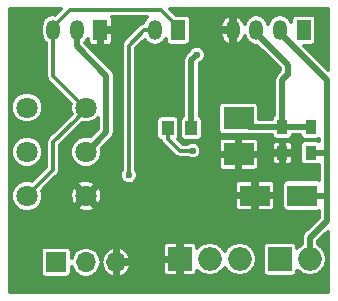
<source format=gbl>
G04 #@! TF.FileFunction,Copper,L2,Bot,Signal*
%FSLAX46Y46*%
G04 Gerber Fmt 4.6, Leading zero omitted, Abs format (unit mm)*
G04 Created by KiCad (PCBNEW 4.0.4-1.fc24-product) date Thu Mar  1 09:36:58 2018*
%MOMM*%
%LPD*%
G01*
G04 APERTURE LIST*
%ADD10C,0.100000*%
%ADD11R,1.200000X1.700000*%
%ADD12O,1.200000X1.700000*%
%ADD13O,1.998980X1.998980*%
%ADD14R,1.998980X1.998980*%
%ADD15R,0.900000X1.200000*%
%ADD16R,2.499360X1.800860*%
%ADD17C,1.800000*%
%ADD18R,1.000000X1.250000*%
%ADD19R,2.499360X1.950720*%
%ADD20R,1.700000X1.700000*%
%ADD21O,1.700000X1.700000*%
%ADD22C,0.600000*%
%ADD23C,0.500000*%
%ADD24C,0.300000*%
G04 APERTURE END LIST*
D10*
D11*
X176400000Y-73300000D03*
D12*
X174400000Y-73300000D03*
X172400000Y-73300000D03*
X170400000Y-73300000D03*
D13*
X171000000Y-92700000D03*
D14*
X165920000Y-92700000D03*
D13*
X168460000Y-92700000D03*
X176940000Y-92700000D03*
D14*
X174400000Y-92700000D03*
D11*
X165800000Y-73300000D03*
D12*
X163800000Y-73300000D03*
D15*
X177000000Y-83700000D03*
X177000000Y-81500000D03*
X174600000Y-81500000D03*
X174600000Y-83700000D03*
D16*
X176298980Y-87300000D03*
X172301020Y-87300000D03*
D11*
X159200000Y-73300000D03*
D12*
X157200000Y-73300000D03*
X155200000Y-73300000D03*
D17*
X153000000Y-79850000D03*
X153000000Y-83600000D03*
X153000000Y-87350000D03*
X158000000Y-79850000D03*
X158000000Y-83600000D03*
X158000000Y-87350000D03*
D18*
X166900000Y-81600000D03*
X164900000Y-81600000D03*
D19*
X170900000Y-80776000D03*
X170900000Y-83824000D03*
D20*
X155460000Y-92950000D03*
D21*
X158000000Y-92950000D03*
X160540000Y-92950000D03*
D22*
X175100000Y-77000000D03*
X172500000Y-77000000D03*
X163800000Y-80300000D03*
X177000000Y-89140000D03*
X168220000Y-84700000D03*
X167000000Y-83500000D03*
X167350000Y-75400000D03*
X178360000Y-81600000D03*
X161600000Y-85600000D03*
D23*
X174800001Y-77299999D02*
X175100000Y-77000000D01*
X174600000Y-77500000D02*
X174800001Y-77299999D01*
X174600000Y-81500000D02*
X174600000Y-77500000D01*
X175100000Y-76250000D02*
X175100000Y-77000000D01*
X172400000Y-73550000D02*
X175100000Y-76250000D01*
X172400000Y-73300000D02*
X172400000Y-73550000D01*
X173400000Y-81500000D02*
X171800000Y-81500000D01*
X174600000Y-81500000D02*
X173400000Y-81500000D01*
X177000000Y-81500000D02*
X174600000Y-81500000D01*
D24*
X164900000Y-81600000D02*
X164900000Y-82500000D01*
X164900000Y-82500000D02*
X165900000Y-83500000D01*
X165900000Y-83500000D02*
X167000000Y-83500000D01*
D23*
X157200000Y-73300000D02*
X157200000Y-74650000D01*
X157200000Y-74650000D02*
X159700000Y-77150000D01*
X158899999Y-82750001D02*
X158000000Y-83650000D01*
X159700000Y-77150000D02*
X159700000Y-81950000D01*
X159700000Y-81950000D02*
X158899999Y-82750001D01*
X166900000Y-81600000D02*
X166900000Y-75850000D01*
X166900000Y-75850000D02*
X167350000Y-75400000D01*
X176940000Y-90900510D02*
X176940000Y-92700000D01*
X178360000Y-81175736D02*
X178360000Y-81600000D01*
X178360000Y-77510000D02*
X178360000Y-81175736D01*
X174400000Y-73550000D02*
X178360000Y-77510000D01*
X174400000Y-73300000D02*
X174400000Y-73550000D01*
X178360000Y-81600000D02*
X178360000Y-83700000D01*
X178360000Y-86988660D02*
X178360000Y-87300000D01*
X178360000Y-87300000D02*
X178360000Y-89480510D01*
X176298980Y-87300000D02*
X178360000Y-87300000D01*
X178360000Y-89480510D02*
X176940000Y-90900510D01*
X178360000Y-83700000D02*
X178360000Y-86988660D01*
X177000000Y-83700000D02*
X177950000Y-83700000D01*
X177950000Y-83700000D02*
X178360000Y-83700000D01*
D24*
X161600000Y-85600000D02*
X161600000Y-74600000D01*
X162900000Y-73300000D02*
X163800000Y-73300000D01*
X161600000Y-74600000D02*
X162900000Y-73300000D01*
X163800000Y-73300000D02*
X163800000Y-73550000D01*
X165800000Y-73300000D02*
X165800000Y-73050000D01*
X165800000Y-73050000D02*
X164350000Y-71600000D01*
X164350000Y-71600000D02*
X156650000Y-71600000D01*
X155200000Y-73050000D02*
X155200000Y-73300000D01*
X156650000Y-71600000D02*
X155200000Y-73050000D01*
X153000000Y-87300000D02*
X155200000Y-85100000D01*
X155200000Y-85100000D02*
X155200000Y-82800000D01*
X155200000Y-82800000D02*
X157100001Y-80899999D01*
X157100001Y-80899999D02*
X158000000Y-80000000D01*
X155200000Y-73300000D02*
X155200000Y-77200000D01*
X155200000Y-77200000D02*
X158000000Y-80000000D01*
G36*
X155389289Y-72012183D02*
X155200000Y-71974531D01*
X154798182Y-72054457D01*
X154457538Y-72282069D01*
X154229926Y-72622713D01*
X154150000Y-73024531D01*
X154150000Y-73575469D01*
X154229926Y-73977287D01*
X154457538Y-74317931D01*
X154600000Y-74413121D01*
X154600000Y-77200000D01*
X154645672Y-77429610D01*
X154775736Y-77624264D01*
X156674155Y-79522683D01*
X156650235Y-79580290D01*
X156649766Y-80117353D01*
X156762144Y-80389328D01*
X154775736Y-82375736D01*
X154645672Y-82570390D01*
X154600000Y-82800000D01*
X154600000Y-84851472D01*
X153397976Y-86053496D01*
X153269710Y-86000235D01*
X152732647Y-85999766D01*
X152236285Y-86204858D01*
X151856193Y-86584288D01*
X151650235Y-87080290D01*
X151649766Y-87617353D01*
X151854858Y-88113715D01*
X152234288Y-88493807D01*
X152730290Y-88699765D01*
X153267353Y-88700234D01*
X153763715Y-88495142D01*
X153915625Y-88343496D01*
X157218636Y-88343496D01*
X157317116Y-88545105D01*
X157826444Y-88715462D01*
X158362196Y-88677939D01*
X158682884Y-88545105D01*
X158781364Y-88343496D01*
X158000000Y-87562132D01*
X157218636Y-88343496D01*
X153915625Y-88343496D01*
X154143807Y-88115712D01*
X154349765Y-87619710D01*
X154350152Y-87176444D01*
X156634538Y-87176444D01*
X156672061Y-87712196D01*
X156804895Y-88032884D01*
X157006504Y-88131364D01*
X157787868Y-87350000D01*
X158212132Y-87350000D01*
X158993496Y-88131364D01*
X159195105Y-88032884D01*
X159352436Y-87562500D01*
X170601340Y-87562500D01*
X170601340Y-88289940D01*
X170669848Y-88455334D01*
X170796435Y-88581921D01*
X170961829Y-88650430D01*
X172038520Y-88650430D01*
X172151020Y-88537930D01*
X172151020Y-87450000D01*
X172451020Y-87450000D01*
X172451020Y-88537930D01*
X172563520Y-88650430D01*
X173640211Y-88650430D01*
X173805605Y-88581921D01*
X173932192Y-88455334D01*
X174000700Y-88289940D01*
X174000700Y-87562500D01*
X173888200Y-87450000D01*
X172451020Y-87450000D01*
X172151020Y-87450000D01*
X170713840Y-87450000D01*
X170601340Y-87562500D01*
X159352436Y-87562500D01*
X159365462Y-87523556D01*
X159327939Y-86987804D01*
X159195105Y-86667116D01*
X158993496Y-86568636D01*
X158212132Y-87350000D01*
X157787868Y-87350000D01*
X157006504Y-86568636D01*
X156804895Y-86667116D01*
X156634538Y-87176444D01*
X154350152Y-87176444D01*
X154350234Y-87082647D01*
X154267095Y-86881433D01*
X154792024Y-86356504D01*
X157218636Y-86356504D01*
X158000000Y-87137868D01*
X158781364Y-86356504D01*
X158682884Y-86154895D01*
X158173556Y-85984538D01*
X157637804Y-86022061D01*
X157317116Y-86154895D01*
X157218636Y-86356504D01*
X154792024Y-86356504D01*
X155624264Y-85524264D01*
X155754328Y-85329610D01*
X155800000Y-85100000D01*
X155800000Y-83048528D01*
X157672683Y-81175845D01*
X157730290Y-81199765D01*
X158267353Y-81200234D01*
X158763715Y-80995142D01*
X159000000Y-80759269D01*
X159000000Y-81660050D01*
X158368708Y-82291342D01*
X158269710Y-82250235D01*
X157732647Y-82249766D01*
X157236285Y-82454858D01*
X156856193Y-82834288D01*
X156650235Y-83330290D01*
X156649766Y-83867353D01*
X156854858Y-84363715D01*
X157234288Y-84743807D01*
X157730290Y-84949765D01*
X158267353Y-84950234D01*
X158763715Y-84745142D01*
X159143807Y-84365712D01*
X159349765Y-83869710D01*
X159350234Y-83332647D01*
X159337682Y-83302268D01*
X160194975Y-82444975D01*
X160306206Y-82278505D01*
X160346716Y-82217878D01*
X160400000Y-81950000D01*
X160400000Y-77150000D01*
X160346716Y-76882122D01*
X160346716Y-76882121D01*
X160194975Y-76655025D01*
X157900000Y-74360050D01*
X157900000Y-74346303D01*
X157942462Y-74317931D01*
X158150000Y-74007330D01*
X158150000Y-74239510D01*
X158218508Y-74404904D01*
X158345095Y-74531491D01*
X158510489Y-74600000D01*
X158937500Y-74600000D01*
X159050000Y-74487500D01*
X159050000Y-73450000D01*
X159350000Y-73450000D01*
X159350000Y-74487500D01*
X159462500Y-74600000D01*
X159889511Y-74600000D01*
X160054905Y-74531491D01*
X160181492Y-74404904D01*
X160250000Y-74239510D01*
X160250000Y-73562500D01*
X160137500Y-73450000D01*
X159350000Y-73450000D01*
X159050000Y-73450000D01*
X159030000Y-73450000D01*
X159030000Y-73150000D01*
X159050000Y-73150000D01*
X159050000Y-73130000D01*
X159350000Y-73130000D01*
X159350000Y-73150000D01*
X160137500Y-73150000D01*
X160250000Y-73037500D01*
X160250000Y-72360490D01*
X160183523Y-72200000D01*
X163180362Y-72200000D01*
X163057538Y-72282069D01*
X162829926Y-72622713D01*
X162811033Y-72717697D01*
X162670390Y-72745672D01*
X162475736Y-72875736D01*
X161175736Y-74175736D01*
X161045672Y-74370390D01*
X161000000Y-74600000D01*
X161000000Y-85139219D01*
X160964552Y-85174605D01*
X160850131Y-85450161D01*
X160849870Y-85748530D01*
X160963811Y-86024286D01*
X161174605Y-86235448D01*
X161450161Y-86349869D01*
X161748530Y-86350130D01*
X161845506Y-86310060D01*
X170601340Y-86310060D01*
X170601340Y-87037500D01*
X170713840Y-87150000D01*
X172151020Y-87150000D01*
X172151020Y-86062070D01*
X172451020Y-86062070D01*
X172451020Y-87150000D01*
X173888200Y-87150000D01*
X174000700Y-87037500D01*
X174000700Y-86310060D01*
X173932192Y-86144666D01*
X173805605Y-86018079D01*
X173640211Y-85949570D01*
X172563520Y-85949570D01*
X172451020Y-86062070D01*
X172151020Y-86062070D01*
X172038520Y-85949570D01*
X170961829Y-85949570D01*
X170796435Y-86018079D01*
X170669848Y-86144666D01*
X170601340Y-86310060D01*
X161845506Y-86310060D01*
X162024286Y-86236189D01*
X162235448Y-86025395D01*
X162349869Y-85749839D01*
X162350130Y-85451470D01*
X162236189Y-85175714D01*
X162200000Y-85139462D01*
X162200000Y-80975000D01*
X163941184Y-80975000D01*
X163941184Y-82225000D01*
X163972562Y-82391760D01*
X164071117Y-82544919D01*
X164221495Y-82647668D01*
X164333901Y-82670431D01*
X164345672Y-82729610D01*
X164475736Y-82924264D01*
X165475736Y-83924264D01*
X165670390Y-84054328D01*
X165900000Y-84100000D01*
X166539219Y-84100000D01*
X166574605Y-84135448D01*
X166850161Y-84249869D01*
X167148530Y-84250130D01*
X167424286Y-84136189D01*
X167474061Y-84086500D01*
X169200320Y-84086500D01*
X169200320Y-84888871D01*
X169268829Y-85054265D01*
X169395416Y-85180852D01*
X169560810Y-85249360D01*
X170637500Y-85249360D01*
X170750000Y-85136860D01*
X170750000Y-83974000D01*
X171050000Y-83974000D01*
X171050000Y-85136860D01*
X171162500Y-85249360D01*
X172239190Y-85249360D01*
X172404584Y-85180852D01*
X172531171Y-85054265D01*
X172599680Y-84888871D01*
X172599680Y-84086500D01*
X172487180Y-83974000D01*
X171050000Y-83974000D01*
X170750000Y-83974000D01*
X169312820Y-83974000D01*
X169200320Y-84086500D01*
X167474061Y-84086500D01*
X167598278Y-83962500D01*
X173700000Y-83962500D01*
X173700000Y-84389511D01*
X173768509Y-84554905D01*
X173895096Y-84681492D01*
X174060490Y-84750000D01*
X174337500Y-84750000D01*
X174450000Y-84637500D01*
X174450000Y-83850000D01*
X174750000Y-83850000D01*
X174750000Y-84637500D01*
X174862500Y-84750000D01*
X175139510Y-84750000D01*
X175304904Y-84681492D01*
X175431491Y-84554905D01*
X175500000Y-84389511D01*
X175500000Y-83962500D01*
X175387500Y-83850000D01*
X174750000Y-83850000D01*
X174450000Y-83850000D01*
X173812500Y-83850000D01*
X173700000Y-83962500D01*
X167598278Y-83962500D01*
X167635448Y-83925395D01*
X167749869Y-83649839D01*
X167750130Y-83351470D01*
X167636189Y-83075714D01*
X167425395Y-82864552D01*
X167171509Y-82759129D01*
X169200320Y-82759129D01*
X169200320Y-83561500D01*
X169312820Y-83674000D01*
X170750000Y-83674000D01*
X170750000Y-82511140D01*
X171050000Y-82511140D01*
X171050000Y-83674000D01*
X172487180Y-83674000D01*
X172599680Y-83561500D01*
X172599680Y-83010489D01*
X173700000Y-83010489D01*
X173700000Y-83437500D01*
X173812500Y-83550000D01*
X174450000Y-83550000D01*
X174450000Y-82762500D01*
X174750000Y-82762500D01*
X174750000Y-83550000D01*
X175387500Y-83550000D01*
X175500000Y-83437500D01*
X175500000Y-83010489D01*
X175431491Y-82845095D01*
X175304904Y-82718508D01*
X175139510Y-82650000D01*
X174862500Y-82650000D01*
X174750000Y-82762500D01*
X174450000Y-82762500D01*
X174337500Y-82650000D01*
X174060490Y-82650000D01*
X173895096Y-82718508D01*
X173768509Y-82845095D01*
X173700000Y-83010489D01*
X172599680Y-83010489D01*
X172599680Y-82759129D01*
X172531171Y-82593735D01*
X172404584Y-82467148D01*
X172239190Y-82398640D01*
X171162500Y-82398640D01*
X171050000Y-82511140D01*
X170750000Y-82511140D01*
X170637500Y-82398640D01*
X169560810Y-82398640D01*
X169395416Y-82467148D01*
X169268829Y-82593735D01*
X169200320Y-82759129D01*
X167171509Y-82759129D01*
X167149839Y-82750131D01*
X166851470Y-82749870D01*
X166575714Y-82863811D01*
X166539462Y-82900000D01*
X166148528Y-82900000D01*
X165753404Y-82504876D01*
X165822668Y-82403505D01*
X165858816Y-82225000D01*
X165858816Y-80975000D01*
X165941184Y-80975000D01*
X165941184Y-82225000D01*
X165972562Y-82391760D01*
X166071117Y-82544919D01*
X166221495Y-82647668D01*
X166400000Y-82683816D01*
X167400000Y-82683816D01*
X167566760Y-82652438D01*
X167719919Y-82553883D01*
X167822668Y-82403505D01*
X167858816Y-82225000D01*
X167858816Y-80975000D01*
X167827438Y-80808240D01*
X167728883Y-80655081D01*
X167600000Y-80567019D01*
X167600000Y-76139950D01*
X167654101Y-76085849D01*
X167774286Y-76036189D01*
X167985448Y-75825395D01*
X168099869Y-75549839D01*
X168100130Y-75251470D01*
X167986189Y-74975714D01*
X167775395Y-74764552D01*
X167499839Y-74650131D01*
X167201470Y-74649870D01*
X166925714Y-74763811D01*
X166714552Y-74974605D01*
X166664211Y-75095839D01*
X166405025Y-75355025D01*
X166253284Y-75582121D01*
X166236226Y-75667879D01*
X166200000Y-75850000D01*
X166200000Y-80568951D01*
X166080081Y-80646117D01*
X165977332Y-80796495D01*
X165941184Y-80975000D01*
X165858816Y-80975000D01*
X165827438Y-80808240D01*
X165728883Y-80655081D01*
X165578505Y-80552332D01*
X165400000Y-80516184D01*
X164400000Y-80516184D01*
X164233240Y-80547562D01*
X164080081Y-80646117D01*
X163977332Y-80796495D01*
X163941184Y-80975000D01*
X162200000Y-80975000D01*
X162200000Y-74848528D01*
X162926583Y-74121945D01*
X163057538Y-74317931D01*
X163398182Y-74545543D01*
X163800000Y-74625469D01*
X164201818Y-74545543D01*
X164542462Y-74317931D01*
X164741184Y-74020524D01*
X164741184Y-74150000D01*
X164772562Y-74316760D01*
X164871117Y-74469919D01*
X165021495Y-74572668D01*
X165200000Y-74608816D01*
X166400000Y-74608816D01*
X166566760Y-74577438D01*
X166719919Y-74478883D01*
X166822668Y-74328505D01*
X166858816Y-74150000D01*
X166858816Y-73616599D01*
X169340263Y-73616599D01*
X169446417Y-74017073D01*
X169697745Y-74346440D01*
X170089275Y-74552970D01*
X170250000Y-74475422D01*
X170250000Y-73450000D01*
X169455392Y-73450000D01*
X169340263Y-73616599D01*
X166858816Y-73616599D01*
X166858816Y-72983401D01*
X169340263Y-72983401D01*
X169455392Y-73150000D01*
X170250000Y-73150000D01*
X170250000Y-72124578D01*
X170089275Y-72047030D01*
X169697745Y-72253560D01*
X169446417Y-72582927D01*
X169340263Y-72983401D01*
X166858816Y-72983401D01*
X166858816Y-72450000D01*
X166827438Y-72283240D01*
X166728883Y-72130081D01*
X166578505Y-72027332D01*
X166400000Y-71991184D01*
X165589712Y-71991184D01*
X165123528Y-71525000D01*
X178475000Y-71525000D01*
X178475000Y-76635050D01*
X176448766Y-74608816D01*
X177000000Y-74608816D01*
X177166760Y-74577438D01*
X177319919Y-74478883D01*
X177422668Y-74328505D01*
X177458816Y-74150000D01*
X177458816Y-72450000D01*
X177427438Y-72283240D01*
X177328883Y-72130081D01*
X177178505Y-72027332D01*
X177000000Y-71991184D01*
X175800000Y-71991184D01*
X175633240Y-72022562D01*
X175480081Y-72121117D01*
X175377332Y-72271495D01*
X175341184Y-72450000D01*
X175341184Y-72579476D01*
X175142462Y-72282069D01*
X174801818Y-72054457D01*
X174400000Y-71974531D01*
X173998182Y-72054457D01*
X173657538Y-72282069D01*
X173429926Y-72622713D01*
X173400000Y-72773162D01*
X173370074Y-72622713D01*
X173142462Y-72282069D01*
X172801818Y-72054457D01*
X172400000Y-71974531D01*
X171998182Y-72054457D01*
X171657538Y-72282069D01*
X171429926Y-72622713D01*
X171401719Y-72764522D01*
X171353583Y-72582927D01*
X171102255Y-72253560D01*
X170710725Y-72047030D01*
X170550000Y-72124578D01*
X170550000Y-73150000D01*
X170570000Y-73150000D01*
X170570000Y-73450000D01*
X170550000Y-73450000D01*
X170550000Y-74475422D01*
X170710725Y-74552970D01*
X171102255Y-74346440D01*
X171353583Y-74017073D01*
X171401719Y-73835478D01*
X171429926Y-73977287D01*
X171657538Y-74317931D01*
X171998182Y-74545543D01*
X172400000Y-74625469D01*
X172471331Y-74611281D01*
X174400000Y-76539949D01*
X174400000Y-76710050D01*
X174105025Y-77005025D01*
X173953284Y-77232121D01*
X173939782Y-77299999D01*
X173900000Y-77500000D01*
X173900000Y-80526125D01*
X173830081Y-80571117D01*
X173727332Y-80721495D01*
X173711434Y-80800000D01*
X172608496Y-80800000D01*
X172608496Y-79800640D01*
X172577118Y-79633880D01*
X172478563Y-79480721D01*
X172328185Y-79377972D01*
X172149680Y-79341824D01*
X169650320Y-79341824D01*
X169483560Y-79373202D01*
X169330401Y-79471757D01*
X169227652Y-79622135D01*
X169191504Y-79800640D01*
X169191504Y-81751360D01*
X169222882Y-81918120D01*
X169321437Y-82071279D01*
X169471815Y-82174028D01*
X169650320Y-82210176D01*
X172149680Y-82210176D01*
X172203761Y-82200000D01*
X173710000Y-82200000D01*
X173722562Y-82266760D01*
X173821117Y-82419919D01*
X173971495Y-82522668D01*
X174150000Y-82558816D01*
X175050000Y-82558816D01*
X175216760Y-82527438D01*
X175369919Y-82428883D01*
X175472668Y-82278505D01*
X175488566Y-82200000D01*
X176110000Y-82200000D01*
X176122562Y-82266760D01*
X176221117Y-82419919D01*
X176371495Y-82522668D01*
X176550000Y-82558816D01*
X177450000Y-82558816D01*
X177616760Y-82527438D01*
X177660000Y-82499614D01*
X177660000Y-82698852D01*
X177628505Y-82677332D01*
X177450000Y-82641184D01*
X176550000Y-82641184D01*
X176383240Y-82672562D01*
X176230081Y-82771117D01*
X176127332Y-82921495D01*
X176091184Y-83100000D01*
X176091184Y-84300000D01*
X176122562Y-84466760D01*
X176221117Y-84619919D01*
X176371495Y-84722668D01*
X176550000Y-84758816D01*
X177450000Y-84758816D01*
X177616760Y-84727438D01*
X177660000Y-84699614D01*
X177660000Y-85963301D01*
X177548660Y-85940754D01*
X175049300Y-85940754D01*
X174882540Y-85972132D01*
X174729381Y-86070687D01*
X174626632Y-86221065D01*
X174590484Y-86399570D01*
X174590484Y-88200430D01*
X174621862Y-88367190D01*
X174720417Y-88520349D01*
X174870795Y-88623098D01*
X175049300Y-88659246D01*
X177548660Y-88659246D01*
X177660000Y-88638296D01*
X177660000Y-89190560D01*
X176445025Y-90405535D01*
X176293284Y-90632631D01*
X176293284Y-90632632D01*
X176240000Y-90900510D01*
X176240000Y-91438961D01*
X175886659Y-91675056D01*
X175858306Y-91717489D01*
X175858306Y-91700510D01*
X175826928Y-91533750D01*
X175728373Y-91380591D01*
X175577995Y-91277842D01*
X175399490Y-91241694D01*
X173400510Y-91241694D01*
X173233750Y-91273072D01*
X173080591Y-91371627D01*
X172977842Y-91522005D01*
X172941694Y-91700510D01*
X172941694Y-93699490D01*
X172973072Y-93866250D01*
X173071627Y-94019409D01*
X173222005Y-94122158D01*
X173400510Y-94158306D01*
X175399490Y-94158306D01*
X175566250Y-94126928D01*
X175719409Y-94028373D01*
X175822158Y-93877995D01*
X175858306Y-93699490D01*
X175858306Y-93682511D01*
X175886659Y-93724944D01*
X176356907Y-94039154D01*
X176911603Y-94149490D01*
X176968397Y-94149490D01*
X177523093Y-94039154D01*
X177993341Y-93724944D01*
X178307551Y-93254696D01*
X178417887Y-92700000D01*
X178307551Y-92145304D01*
X177993341Y-91675056D01*
X177640000Y-91438961D01*
X177640000Y-91190460D01*
X178475000Y-90355460D01*
X178475000Y-95475000D01*
X151525000Y-95475000D01*
X151525000Y-92100000D01*
X154151184Y-92100000D01*
X154151184Y-93800000D01*
X154182562Y-93966760D01*
X154281117Y-94119919D01*
X154431495Y-94222668D01*
X154610000Y-94258816D01*
X156310000Y-94258816D01*
X156476760Y-94227438D01*
X156629919Y-94128883D01*
X156732668Y-93978505D01*
X156768816Y-93800000D01*
X156768816Y-93321429D01*
X156798957Y-93472957D01*
X157080761Y-93894708D01*
X157502512Y-94176512D01*
X158000000Y-94275469D01*
X158497488Y-94176512D01*
X158919239Y-93894708D01*
X159201043Y-93472957D01*
X159275229Y-93100002D01*
X159361169Y-93100002D01*
X159288034Y-93300162D01*
X159517335Y-93752614D01*
X159902328Y-94082876D01*
X160189840Y-94201954D01*
X160390000Y-94127988D01*
X160390000Y-93100000D01*
X160690000Y-93100000D01*
X160690000Y-94127988D01*
X160890160Y-94201954D01*
X161177672Y-94082876D01*
X161562665Y-93752614D01*
X161791966Y-93300162D01*
X161718830Y-93100000D01*
X160690000Y-93100000D01*
X160390000Y-93100000D01*
X160370000Y-93100000D01*
X160370000Y-92962500D01*
X164470510Y-92962500D01*
X164470510Y-93789000D01*
X164539018Y-93954394D01*
X164665605Y-94080981D01*
X164830999Y-94149490D01*
X165657500Y-94149490D01*
X165770000Y-94036990D01*
X165770000Y-92850000D01*
X164583010Y-92850000D01*
X164470510Y-92962500D01*
X160370000Y-92962500D01*
X160370000Y-92800000D01*
X160390000Y-92800000D01*
X160390000Y-91772012D01*
X160690000Y-91772012D01*
X160690000Y-92800000D01*
X161718830Y-92800000D01*
X161791966Y-92599838D01*
X161562665Y-92147386D01*
X161177672Y-91817124D01*
X160890160Y-91698046D01*
X160690000Y-91772012D01*
X160390000Y-91772012D01*
X160189840Y-91698046D01*
X159902328Y-91817124D01*
X159517335Y-92147386D01*
X159288034Y-92599838D01*
X159361169Y-92799998D01*
X159275229Y-92799998D01*
X159201043Y-92427043D01*
X158919239Y-92005292D01*
X158497488Y-91723488D01*
X158000000Y-91624531D01*
X157502512Y-91723488D01*
X157080761Y-92005292D01*
X156798957Y-92427043D01*
X156768816Y-92578571D01*
X156768816Y-92100000D01*
X156737438Y-91933240D01*
X156638883Y-91780081D01*
X156488505Y-91677332D01*
X156310000Y-91641184D01*
X154610000Y-91641184D01*
X154443240Y-91672562D01*
X154290081Y-91771117D01*
X154187332Y-91921495D01*
X154151184Y-92100000D01*
X151525000Y-92100000D01*
X151525000Y-91611000D01*
X164470510Y-91611000D01*
X164470510Y-92437500D01*
X164583010Y-92550000D01*
X165770000Y-92550000D01*
X165770000Y-91363010D01*
X166070000Y-91363010D01*
X166070000Y-92550000D01*
X166090000Y-92550000D01*
X166090000Y-92850000D01*
X166070000Y-92850000D01*
X166070000Y-94036990D01*
X166182500Y-94149490D01*
X167009001Y-94149490D01*
X167174395Y-94080981D01*
X167300982Y-93954394D01*
X167369490Y-93789000D01*
X167369490Y-93669317D01*
X167406659Y-93724944D01*
X167876907Y-94039154D01*
X168431603Y-94149490D01*
X168488397Y-94149490D01*
X169043093Y-94039154D01*
X169513341Y-93724944D01*
X169730000Y-93400691D01*
X169946659Y-93724944D01*
X170416907Y-94039154D01*
X170971603Y-94149490D01*
X171028397Y-94149490D01*
X171583093Y-94039154D01*
X172053341Y-93724944D01*
X172367551Y-93254696D01*
X172477887Y-92700000D01*
X172367551Y-92145304D01*
X172053341Y-91675056D01*
X171583093Y-91360846D01*
X171028397Y-91250510D01*
X170971603Y-91250510D01*
X170416907Y-91360846D01*
X169946659Y-91675056D01*
X169730000Y-91999309D01*
X169513341Y-91675056D01*
X169043093Y-91360846D01*
X168488397Y-91250510D01*
X168431603Y-91250510D01*
X167876907Y-91360846D01*
X167406659Y-91675056D01*
X167369490Y-91730683D01*
X167369490Y-91611000D01*
X167300982Y-91445606D01*
X167174395Y-91319019D01*
X167009001Y-91250510D01*
X166182500Y-91250510D01*
X166070000Y-91363010D01*
X165770000Y-91363010D01*
X165657500Y-91250510D01*
X164830999Y-91250510D01*
X164665605Y-91319019D01*
X164539018Y-91445606D01*
X164470510Y-91611000D01*
X151525000Y-91611000D01*
X151525000Y-83867353D01*
X151649766Y-83867353D01*
X151854858Y-84363715D01*
X152234288Y-84743807D01*
X152730290Y-84949765D01*
X153267353Y-84950234D01*
X153763715Y-84745142D01*
X154143807Y-84365712D01*
X154349765Y-83869710D01*
X154350234Y-83332647D01*
X154145142Y-82836285D01*
X153765712Y-82456193D01*
X153269710Y-82250235D01*
X152732647Y-82249766D01*
X152236285Y-82454858D01*
X151856193Y-82834288D01*
X151650235Y-83330290D01*
X151649766Y-83867353D01*
X151525000Y-83867353D01*
X151525000Y-80117353D01*
X151649766Y-80117353D01*
X151854858Y-80613715D01*
X152234288Y-80993807D01*
X152730290Y-81199765D01*
X153267353Y-81200234D01*
X153763715Y-80995142D01*
X154143807Y-80615712D01*
X154349765Y-80119710D01*
X154350234Y-79582647D01*
X154145142Y-79086285D01*
X153765712Y-78706193D01*
X153269710Y-78500235D01*
X152732647Y-78499766D01*
X152236285Y-78704858D01*
X151856193Y-79084288D01*
X151650235Y-79580290D01*
X151649766Y-80117353D01*
X151525000Y-80117353D01*
X151525000Y-71525000D01*
X155876472Y-71525000D01*
X155389289Y-72012183D01*
X155389289Y-72012183D01*
G37*
X155389289Y-72012183D02*
X155200000Y-71974531D01*
X154798182Y-72054457D01*
X154457538Y-72282069D01*
X154229926Y-72622713D01*
X154150000Y-73024531D01*
X154150000Y-73575469D01*
X154229926Y-73977287D01*
X154457538Y-74317931D01*
X154600000Y-74413121D01*
X154600000Y-77200000D01*
X154645672Y-77429610D01*
X154775736Y-77624264D01*
X156674155Y-79522683D01*
X156650235Y-79580290D01*
X156649766Y-80117353D01*
X156762144Y-80389328D01*
X154775736Y-82375736D01*
X154645672Y-82570390D01*
X154600000Y-82800000D01*
X154600000Y-84851472D01*
X153397976Y-86053496D01*
X153269710Y-86000235D01*
X152732647Y-85999766D01*
X152236285Y-86204858D01*
X151856193Y-86584288D01*
X151650235Y-87080290D01*
X151649766Y-87617353D01*
X151854858Y-88113715D01*
X152234288Y-88493807D01*
X152730290Y-88699765D01*
X153267353Y-88700234D01*
X153763715Y-88495142D01*
X153915625Y-88343496D01*
X157218636Y-88343496D01*
X157317116Y-88545105D01*
X157826444Y-88715462D01*
X158362196Y-88677939D01*
X158682884Y-88545105D01*
X158781364Y-88343496D01*
X158000000Y-87562132D01*
X157218636Y-88343496D01*
X153915625Y-88343496D01*
X154143807Y-88115712D01*
X154349765Y-87619710D01*
X154350152Y-87176444D01*
X156634538Y-87176444D01*
X156672061Y-87712196D01*
X156804895Y-88032884D01*
X157006504Y-88131364D01*
X157787868Y-87350000D01*
X158212132Y-87350000D01*
X158993496Y-88131364D01*
X159195105Y-88032884D01*
X159352436Y-87562500D01*
X170601340Y-87562500D01*
X170601340Y-88289940D01*
X170669848Y-88455334D01*
X170796435Y-88581921D01*
X170961829Y-88650430D01*
X172038520Y-88650430D01*
X172151020Y-88537930D01*
X172151020Y-87450000D01*
X172451020Y-87450000D01*
X172451020Y-88537930D01*
X172563520Y-88650430D01*
X173640211Y-88650430D01*
X173805605Y-88581921D01*
X173932192Y-88455334D01*
X174000700Y-88289940D01*
X174000700Y-87562500D01*
X173888200Y-87450000D01*
X172451020Y-87450000D01*
X172151020Y-87450000D01*
X170713840Y-87450000D01*
X170601340Y-87562500D01*
X159352436Y-87562500D01*
X159365462Y-87523556D01*
X159327939Y-86987804D01*
X159195105Y-86667116D01*
X158993496Y-86568636D01*
X158212132Y-87350000D01*
X157787868Y-87350000D01*
X157006504Y-86568636D01*
X156804895Y-86667116D01*
X156634538Y-87176444D01*
X154350152Y-87176444D01*
X154350234Y-87082647D01*
X154267095Y-86881433D01*
X154792024Y-86356504D01*
X157218636Y-86356504D01*
X158000000Y-87137868D01*
X158781364Y-86356504D01*
X158682884Y-86154895D01*
X158173556Y-85984538D01*
X157637804Y-86022061D01*
X157317116Y-86154895D01*
X157218636Y-86356504D01*
X154792024Y-86356504D01*
X155624264Y-85524264D01*
X155754328Y-85329610D01*
X155800000Y-85100000D01*
X155800000Y-83048528D01*
X157672683Y-81175845D01*
X157730290Y-81199765D01*
X158267353Y-81200234D01*
X158763715Y-80995142D01*
X159000000Y-80759269D01*
X159000000Y-81660050D01*
X158368708Y-82291342D01*
X158269710Y-82250235D01*
X157732647Y-82249766D01*
X157236285Y-82454858D01*
X156856193Y-82834288D01*
X156650235Y-83330290D01*
X156649766Y-83867353D01*
X156854858Y-84363715D01*
X157234288Y-84743807D01*
X157730290Y-84949765D01*
X158267353Y-84950234D01*
X158763715Y-84745142D01*
X159143807Y-84365712D01*
X159349765Y-83869710D01*
X159350234Y-83332647D01*
X159337682Y-83302268D01*
X160194975Y-82444975D01*
X160306206Y-82278505D01*
X160346716Y-82217878D01*
X160400000Y-81950000D01*
X160400000Y-77150000D01*
X160346716Y-76882122D01*
X160346716Y-76882121D01*
X160194975Y-76655025D01*
X157900000Y-74360050D01*
X157900000Y-74346303D01*
X157942462Y-74317931D01*
X158150000Y-74007330D01*
X158150000Y-74239510D01*
X158218508Y-74404904D01*
X158345095Y-74531491D01*
X158510489Y-74600000D01*
X158937500Y-74600000D01*
X159050000Y-74487500D01*
X159050000Y-73450000D01*
X159350000Y-73450000D01*
X159350000Y-74487500D01*
X159462500Y-74600000D01*
X159889511Y-74600000D01*
X160054905Y-74531491D01*
X160181492Y-74404904D01*
X160250000Y-74239510D01*
X160250000Y-73562500D01*
X160137500Y-73450000D01*
X159350000Y-73450000D01*
X159050000Y-73450000D01*
X159030000Y-73450000D01*
X159030000Y-73150000D01*
X159050000Y-73150000D01*
X159050000Y-73130000D01*
X159350000Y-73130000D01*
X159350000Y-73150000D01*
X160137500Y-73150000D01*
X160250000Y-73037500D01*
X160250000Y-72360490D01*
X160183523Y-72200000D01*
X163180362Y-72200000D01*
X163057538Y-72282069D01*
X162829926Y-72622713D01*
X162811033Y-72717697D01*
X162670390Y-72745672D01*
X162475736Y-72875736D01*
X161175736Y-74175736D01*
X161045672Y-74370390D01*
X161000000Y-74600000D01*
X161000000Y-85139219D01*
X160964552Y-85174605D01*
X160850131Y-85450161D01*
X160849870Y-85748530D01*
X160963811Y-86024286D01*
X161174605Y-86235448D01*
X161450161Y-86349869D01*
X161748530Y-86350130D01*
X161845506Y-86310060D01*
X170601340Y-86310060D01*
X170601340Y-87037500D01*
X170713840Y-87150000D01*
X172151020Y-87150000D01*
X172151020Y-86062070D01*
X172451020Y-86062070D01*
X172451020Y-87150000D01*
X173888200Y-87150000D01*
X174000700Y-87037500D01*
X174000700Y-86310060D01*
X173932192Y-86144666D01*
X173805605Y-86018079D01*
X173640211Y-85949570D01*
X172563520Y-85949570D01*
X172451020Y-86062070D01*
X172151020Y-86062070D01*
X172038520Y-85949570D01*
X170961829Y-85949570D01*
X170796435Y-86018079D01*
X170669848Y-86144666D01*
X170601340Y-86310060D01*
X161845506Y-86310060D01*
X162024286Y-86236189D01*
X162235448Y-86025395D01*
X162349869Y-85749839D01*
X162350130Y-85451470D01*
X162236189Y-85175714D01*
X162200000Y-85139462D01*
X162200000Y-80975000D01*
X163941184Y-80975000D01*
X163941184Y-82225000D01*
X163972562Y-82391760D01*
X164071117Y-82544919D01*
X164221495Y-82647668D01*
X164333901Y-82670431D01*
X164345672Y-82729610D01*
X164475736Y-82924264D01*
X165475736Y-83924264D01*
X165670390Y-84054328D01*
X165900000Y-84100000D01*
X166539219Y-84100000D01*
X166574605Y-84135448D01*
X166850161Y-84249869D01*
X167148530Y-84250130D01*
X167424286Y-84136189D01*
X167474061Y-84086500D01*
X169200320Y-84086500D01*
X169200320Y-84888871D01*
X169268829Y-85054265D01*
X169395416Y-85180852D01*
X169560810Y-85249360D01*
X170637500Y-85249360D01*
X170750000Y-85136860D01*
X170750000Y-83974000D01*
X171050000Y-83974000D01*
X171050000Y-85136860D01*
X171162500Y-85249360D01*
X172239190Y-85249360D01*
X172404584Y-85180852D01*
X172531171Y-85054265D01*
X172599680Y-84888871D01*
X172599680Y-84086500D01*
X172487180Y-83974000D01*
X171050000Y-83974000D01*
X170750000Y-83974000D01*
X169312820Y-83974000D01*
X169200320Y-84086500D01*
X167474061Y-84086500D01*
X167598278Y-83962500D01*
X173700000Y-83962500D01*
X173700000Y-84389511D01*
X173768509Y-84554905D01*
X173895096Y-84681492D01*
X174060490Y-84750000D01*
X174337500Y-84750000D01*
X174450000Y-84637500D01*
X174450000Y-83850000D01*
X174750000Y-83850000D01*
X174750000Y-84637500D01*
X174862500Y-84750000D01*
X175139510Y-84750000D01*
X175304904Y-84681492D01*
X175431491Y-84554905D01*
X175500000Y-84389511D01*
X175500000Y-83962500D01*
X175387500Y-83850000D01*
X174750000Y-83850000D01*
X174450000Y-83850000D01*
X173812500Y-83850000D01*
X173700000Y-83962500D01*
X167598278Y-83962500D01*
X167635448Y-83925395D01*
X167749869Y-83649839D01*
X167750130Y-83351470D01*
X167636189Y-83075714D01*
X167425395Y-82864552D01*
X167171509Y-82759129D01*
X169200320Y-82759129D01*
X169200320Y-83561500D01*
X169312820Y-83674000D01*
X170750000Y-83674000D01*
X170750000Y-82511140D01*
X171050000Y-82511140D01*
X171050000Y-83674000D01*
X172487180Y-83674000D01*
X172599680Y-83561500D01*
X172599680Y-83010489D01*
X173700000Y-83010489D01*
X173700000Y-83437500D01*
X173812500Y-83550000D01*
X174450000Y-83550000D01*
X174450000Y-82762500D01*
X174750000Y-82762500D01*
X174750000Y-83550000D01*
X175387500Y-83550000D01*
X175500000Y-83437500D01*
X175500000Y-83010489D01*
X175431491Y-82845095D01*
X175304904Y-82718508D01*
X175139510Y-82650000D01*
X174862500Y-82650000D01*
X174750000Y-82762500D01*
X174450000Y-82762500D01*
X174337500Y-82650000D01*
X174060490Y-82650000D01*
X173895096Y-82718508D01*
X173768509Y-82845095D01*
X173700000Y-83010489D01*
X172599680Y-83010489D01*
X172599680Y-82759129D01*
X172531171Y-82593735D01*
X172404584Y-82467148D01*
X172239190Y-82398640D01*
X171162500Y-82398640D01*
X171050000Y-82511140D01*
X170750000Y-82511140D01*
X170637500Y-82398640D01*
X169560810Y-82398640D01*
X169395416Y-82467148D01*
X169268829Y-82593735D01*
X169200320Y-82759129D01*
X167171509Y-82759129D01*
X167149839Y-82750131D01*
X166851470Y-82749870D01*
X166575714Y-82863811D01*
X166539462Y-82900000D01*
X166148528Y-82900000D01*
X165753404Y-82504876D01*
X165822668Y-82403505D01*
X165858816Y-82225000D01*
X165858816Y-80975000D01*
X165941184Y-80975000D01*
X165941184Y-82225000D01*
X165972562Y-82391760D01*
X166071117Y-82544919D01*
X166221495Y-82647668D01*
X166400000Y-82683816D01*
X167400000Y-82683816D01*
X167566760Y-82652438D01*
X167719919Y-82553883D01*
X167822668Y-82403505D01*
X167858816Y-82225000D01*
X167858816Y-80975000D01*
X167827438Y-80808240D01*
X167728883Y-80655081D01*
X167600000Y-80567019D01*
X167600000Y-76139950D01*
X167654101Y-76085849D01*
X167774286Y-76036189D01*
X167985448Y-75825395D01*
X168099869Y-75549839D01*
X168100130Y-75251470D01*
X167986189Y-74975714D01*
X167775395Y-74764552D01*
X167499839Y-74650131D01*
X167201470Y-74649870D01*
X166925714Y-74763811D01*
X166714552Y-74974605D01*
X166664211Y-75095839D01*
X166405025Y-75355025D01*
X166253284Y-75582121D01*
X166236226Y-75667879D01*
X166200000Y-75850000D01*
X166200000Y-80568951D01*
X166080081Y-80646117D01*
X165977332Y-80796495D01*
X165941184Y-80975000D01*
X165858816Y-80975000D01*
X165827438Y-80808240D01*
X165728883Y-80655081D01*
X165578505Y-80552332D01*
X165400000Y-80516184D01*
X164400000Y-80516184D01*
X164233240Y-80547562D01*
X164080081Y-80646117D01*
X163977332Y-80796495D01*
X163941184Y-80975000D01*
X162200000Y-80975000D01*
X162200000Y-74848528D01*
X162926583Y-74121945D01*
X163057538Y-74317931D01*
X163398182Y-74545543D01*
X163800000Y-74625469D01*
X164201818Y-74545543D01*
X164542462Y-74317931D01*
X164741184Y-74020524D01*
X164741184Y-74150000D01*
X164772562Y-74316760D01*
X164871117Y-74469919D01*
X165021495Y-74572668D01*
X165200000Y-74608816D01*
X166400000Y-74608816D01*
X166566760Y-74577438D01*
X166719919Y-74478883D01*
X166822668Y-74328505D01*
X166858816Y-74150000D01*
X166858816Y-73616599D01*
X169340263Y-73616599D01*
X169446417Y-74017073D01*
X169697745Y-74346440D01*
X170089275Y-74552970D01*
X170250000Y-74475422D01*
X170250000Y-73450000D01*
X169455392Y-73450000D01*
X169340263Y-73616599D01*
X166858816Y-73616599D01*
X166858816Y-72983401D01*
X169340263Y-72983401D01*
X169455392Y-73150000D01*
X170250000Y-73150000D01*
X170250000Y-72124578D01*
X170089275Y-72047030D01*
X169697745Y-72253560D01*
X169446417Y-72582927D01*
X169340263Y-72983401D01*
X166858816Y-72983401D01*
X166858816Y-72450000D01*
X166827438Y-72283240D01*
X166728883Y-72130081D01*
X166578505Y-72027332D01*
X166400000Y-71991184D01*
X165589712Y-71991184D01*
X165123528Y-71525000D01*
X178475000Y-71525000D01*
X178475000Y-76635050D01*
X176448766Y-74608816D01*
X177000000Y-74608816D01*
X177166760Y-74577438D01*
X177319919Y-74478883D01*
X177422668Y-74328505D01*
X177458816Y-74150000D01*
X177458816Y-72450000D01*
X177427438Y-72283240D01*
X177328883Y-72130081D01*
X177178505Y-72027332D01*
X177000000Y-71991184D01*
X175800000Y-71991184D01*
X175633240Y-72022562D01*
X175480081Y-72121117D01*
X175377332Y-72271495D01*
X175341184Y-72450000D01*
X175341184Y-72579476D01*
X175142462Y-72282069D01*
X174801818Y-72054457D01*
X174400000Y-71974531D01*
X173998182Y-72054457D01*
X173657538Y-72282069D01*
X173429926Y-72622713D01*
X173400000Y-72773162D01*
X173370074Y-72622713D01*
X173142462Y-72282069D01*
X172801818Y-72054457D01*
X172400000Y-71974531D01*
X171998182Y-72054457D01*
X171657538Y-72282069D01*
X171429926Y-72622713D01*
X171401719Y-72764522D01*
X171353583Y-72582927D01*
X171102255Y-72253560D01*
X170710725Y-72047030D01*
X170550000Y-72124578D01*
X170550000Y-73150000D01*
X170570000Y-73150000D01*
X170570000Y-73450000D01*
X170550000Y-73450000D01*
X170550000Y-74475422D01*
X170710725Y-74552970D01*
X171102255Y-74346440D01*
X171353583Y-74017073D01*
X171401719Y-73835478D01*
X171429926Y-73977287D01*
X171657538Y-74317931D01*
X171998182Y-74545543D01*
X172400000Y-74625469D01*
X172471331Y-74611281D01*
X174400000Y-76539949D01*
X174400000Y-76710050D01*
X174105025Y-77005025D01*
X173953284Y-77232121D01*
X173939782Y-77299999D01*
X173900000Y-77500000D01*
X173900000Y-80526125D01*
X173830081Y-80571117D01*
X173727332Y-80721495D01*
X173711434Y-80800000D01*
X172608496Y-80800000D01*
X172608496Y-79800640D01*
X172577118Y-79633880D01*
X172478563Y-79480721D01*
X172328185Y-79377972D01*
X172149680Y-79341824D01*
X169650320Y-79341824D01*
X169483560Y-79373202D01*
X169330401Y-79471757D01*
X169227652Y-79622135D01*
X169191504Y-79800640D01*
X169191504Y-81751360D01*
X169222882Y-81918120D01*
X169321437Y-82071279D01*
X169471815Y-82174028D01*
X169650320Y-82210176D01*
X172149680Y-82210176D01*
X172203761Y-82200000D01*
X173710000Y-82200000D01*
X173722562Y-82266760D01*
X173821117Y-82419919D01*
X173971495Y-82522668D01*
X174150000Y-82558816D01*
X175050000Y-82558816D01*
X175216760Y-82527438D01*
X175369919Y-82428883D01*
X175472668Y-82278505D01*
X175488566Y-82200000D01*
X176110000Y-82200000D01*
X176122562Y-82266760D01*
X176221117Y-82419919D01*
X176371495Y-82522668D01*
X176550000Y-82558816D01*
X177450000Y-82558816D01*
X177616760Y-82527438D01*
X177660000Y-82499614D01*
X177660000Y-82698852D01*
X177628505Y-82677332D01*
X177450000Y-82641184D01*
X176550000Y-82641184D01*
X176383240Y-82672562D01*
X176230081Y-82771117D01*
X176127332Y-82921495D01*
X176091184Y-83100000D01*
X176091184Y-84300000D01*
X176122562Y-84466760D01*
X176221117Y-84619919D01*
X176371495Y-84722668D01*
X176550000Y-84758816D01*
X177450000Y-84758816D01*
X177616760Y-84727438D01*
X177660000Y-84699614D01*
X177660000Y-85963301D01*
X177548660Y-85940754D01*
X175049300Y-85940754D01*
X174882540Y-85972132D01*
X174729381Y-86070687D01*
X174626632Y-86221065D01*
X174590484Y-86399570D01*
X174590484Y-88200430D01*
X174621862Y-88367190D01*
X174720417Y-88520349D01*
X174870795Y-88623098D01*
X175049300Y-88659246D01*
X177548660Y-88659246D01*
X177660000Y-88638296D01*
X177660000Y-89190560D01*
X176445025Y-90405535D01*
X176293284Y-90632631D01*
X176293284Y-90632632D01*
X176240000Y-90900510D01*
X176240000Y-91438961D01*
X175886659Y-91675056D01*
X175858306Y-91717489D01*
X175858306Y-91700510D01*
X175826928Y-91533750D01*
X175728373Y-91380591D01*
X175577995Y-91277842D01*
X175399490Y-91241694D01*
X173400510Y-91241694D01*
X173233750Y-91273072D01*
X173080591Y-91371627D01*
X172977842Y-91522005D01*
X172941694Y-91700510D01*
X172941694Y-93699490D01*
X172973072Y-93866250D01*
X173071627Y-94019409D01*
X173222005Y-94122158D01*
X173400510Y-94158306D01*
X175399490Y-94158306D01*
X175566250Y-94126928D01*
X175719409Y-94028373D01*
X175822158Y-93877995D01*
X175858306Y-93699490D01*
X175858306Y-93682511D01*
X175886659Y-93724944D01*
X176356907Y-94039154D01*
X176911603Y-94149490D01*
X176968397Y-94149490D01*
X177523093Y-94039154D01*
X177993341Y-93724944D01*
X178307551Y-93254696D01*
X178417887Y-92700000D01*
X178307551Y-92145304D01*
X177993341Y-91675056D01*
X177640000Y-91438961D01*
X177640000Y-91190460D01*
X178475000Y-90355460D01*
X178475000Y-95475000D01*
X151525000Y-95475000D01*
X151525000Y-92100000D01*
X154151184Y-92100000D01*
X154151184Y-93800000D01*
X154182562Y-93966760D01*
X154281117Y-94119919D01*
X154431495Y-94222668D01*
X154610000Y-94258816D01*
X156310000Y-94258816D01*
X156476760Y-94227438D01*
X156629919Y-94128883D01*
X156732668Y-93978505D01*
X156768816Y-93800000D01*
X156768816Y-93321429D01*
X156798957Y-93472957D01*
X157080761Y-93894708D01*
X157502512Y-94176512D01*
X158000000Y-94275469D01*
X158497488Y-94176512D01*
X158919239Y-93894708D01*
X159201043Y-93472957D01*
X159275229Y-93100002D01*
X159361169Y-93100002D01*
X159288034Y-93300162D01*
X159517335Y-93752614D01*
X159902328Y-94082876D01*
X160189840Y-94201954D01*
X160390000Y-94127988D01*
X160390000Y-93100000D01*
X160690000Y-93100000D01*
X160690000Y-94127988D01*
X160890160Y-94201954D01*
X161177672Y-94082876D01*
X161562665Y-93752614D01*
X161791966Y-93300162D01*
X161718830Y-93100000D01*
X160690000Y-93100000D01*
X160390000Y-93100000D01*
X160370000Y-93100000D01*
X160370000Y-92962500D01*
X164470510Y-92962500D01*
X164470510Y-93789000D01*
X164539018Y-93954394D01*
X164665605Y-94080981D01*
X164830999Y-94149490D01*
X165657500Y-94149490D01*
X165770000Y-94036990D01*
X165770000Y-92850000D01*
X164583010Y-92850000D01*
X164470510Y-92962500D01*
X160370000Y-92962500D01*
X160370000Y-92800000D01*
X160390000Y-92800000D01*
X160390000Y-91772012D01*
X160690000Y-91772012D01*
X160690000Y-92800000D01*
X161718830Y-92800000D01*
X161791966Y-92599838D01*
X161562665Y-92147386D01*
X161177672Y-91817124D01*
X160890160Y-91698046D01*
X160690000Y-91772012D01*
X160390000Y-91772012D01*
X160189840Y-91698046D01*
X159902328Y-91817124D01*
X159517335Y-92147386D01*
X159288034Y-92599838D01*
X159361169Y-92799998D01*
X159275229Y-92799998D01*
X159201043Y-92427043D01*
X158919239Y-92005292D01*
X158497488Y-91723488D01*
X158000000Y-91624531D01*
X157502512Y-91723488D01*
X157080761Y-92005292D01*
X156798957Y-92427043D01*
X156768816Y-92578571D01*
X156768816Y-92100000D01*
X156737438Y-91933240D01*
X156638883Y-91780081D01*
X156488505Y-91677332D01*
X156310000Y-91641184D01*
X154610000Y-91641184D01*
X154443240Y-91672562D01*
X154290081Y-91771117D01*
X154187332Y-91921495D01*
X154151184Y-92100000D01*
X151525000Y-92100000D01*
X151525000Y-91611000D01*
X164470510Y-91611000D01*
X164470510Y-92437500D01*
X164583010Y-92550000D01*
X165770000Y-92550000D01*
X165770000Y-91363010D01*
X166070000Y-91363010D01*
X166070000Y-92550000D01*
X166090000Y-92550000D01*
X166090000Y-92850000D01*
X166070000Y-92850000D01*
X166070000Y-94036990D01*
X166182500Y-94149490D01*
X167009001Y-94149490D01*
X167174395Y-94080981D01*
X167300982Y-93954394D01*
X167369490Y-93789000D01*
X167369490Y-93669317D01*
X167406659Y-93724944D01*
X167876907Y-94039154D01*
X168431603Y-94149490D01*
X168488397Y-94149490D01*
X169043093Y-94039154D01*
X169513341Y-93724944D01*
X169730000Y-93400691D01*
X169946659Y-93724944D01*
X170416907Y-94039154D01*
X170971603Y-94149490D01*
X171028397Y-94149490D01*
X171583093Y-94039154D01*
X172053341Y-93724944D01*
X172367551Y-93254696D01*
X172477887Y-92700000D01*
X172367551Y-92145304D01*
X172053341Y-91675056D01*
X171583093Y-91360846D01*
X171028397Y-91250510D01*
X170971603Y-91250510D01*
X170416907Y-91360846D01*
X169946659Y-91675056D01*
X169730000Y-91999309D01*
X169513341Y-91675056D01*
X169043093Y-91360846D01*
X168488397Y-91250510D01*
X168431603Y-91250510D01*
X167876907Y-91360846D01*
X167406659Y-91675056D01*
X167369490Y-91730683D01*
X167369490Y-91611000D01*
X167300982Y-91445606D01*
X167174395Y-91319019D01*
X167009001Y-91250510D01*
X166182500Y-91250510D01*
X166070000Y-91363010D01*
X165770000Y-91363010D01*
X165657500Y-91250510D01*
X164830999Y-91250510D01*
X164665605Y-91319019D01*
X164539018Y-91445606D01*
X164470510Y-91611000D01*
X151525000Y-91611000D01*
X151525000Y-83867353D01*
X151649766Y-83867353D01*
X151854858Y-84363715D01*
X152234288Y-84743807D01*
X152730290Y-84949765D01*
X153267353Y-84950234D01*
X153763715Y-84745142D01*
X154143807Y-84365712D01*
X154349765Y-83869710D01*
X154350234Y-83332647D01*
X154145142Y-82836285D01*
X153765712Y-82456193D01*
X153269710Y-82250235D01*
X152732647Y-82249766D01*
X152236285Y-82454858D01*
X151856193Y-82834288D01*
X151650235Y-83330290D01*
X151649766Y-83867353D01*
X151525000Y-83867353D01*
X151525000Y-80117353D01*
X151649766Y-80117353D01*
X151854858Y-80613715D01*
X152234288Y-80993807D01*
X152730290Y-81199765D01*
X153267353Y-81200234D01*
X153763715Y-80995142D01*
X154143807Y-80615712D01*
X154349765Y-80119710D01*
X154350234Y-79582647D01*
X154145142Y-79086285D01*
X153765712Y-78706193D01*
X153269710Y-78500235D01*
X152732647Y-78499766D01*
X152236285Y-78704858D01*
X151856193Y-79084288D01*
X151650235Y-79580290D01*
X151649766Y-80117353D01*
X151525000Y-80117353D01*
X151525000Y-71525000D01*
X155876472Y-71525000D01*
X155389289Y-72012183D01*
M02*

</source>
